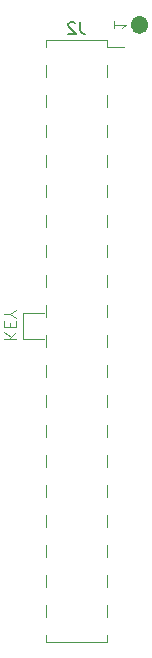
<source format=gbr>
%TF.GenerationSoftware,KiCad,Pcbnew,8.0.1*%
%TF.CreationDate,2024-07-14T19:31:33+02:00*%
%TF.ProjectId,IDE40-40,49444534-302d-4343-902e-6b696361645f,1*%
%TF.SameCoordinates,Original*%
%TF.FileFunction,Legend,Bot*%
%TF.FilePolarity,Positive*%
%FSLAX46Y46*%
G04 Gerber Fmt 4.6, Leading zero omitted, Abs format (unit mm)*
G04 Created by KiCad (PCBNEW 8.0.1) date 2024-07-14 19:31:33*
%MOMM*%
%LPD*%
G01*
G04 APERTURE LIST*
%ADD10C,0.100000*%
%ADD11C,0.768420*%
%ADD12C,0.150000*%
%ADD13C,0.120000*%
G04 APERTURE END LIST*
D10*
X120877580Y-82196115D02*
X121877580Y-82196115D01*
X120877580Y-81624687D02*
X121449009Y-82053258D01*
X121877580Y-81624687D02*
X121306152Y-82196115D01*
X121401390Y-81196115D02*
X121401390Y-80862782D01*
X120877580Y-80719925D02*
X120877580Y-81196115D01*
X120877580Y-81196115D02*
X121877580Y-81196115D01*
X121877580Y-81196115D02*
X121877580Y-80719925D01*
X121353771Y-80100877D02*
X120877580Y-80100877D01*
X121877580Y-80434210D02*
X121353771Y-80100877D01*
X121353771Y-80100877D02*
X121877580Y-79767544D01*
X122500000Y-80000000D02*
X124250000Y-80000000D01*
X122500000Y-82250000D02*
X122500000Y-80000000D01*
X124250000Y-82250000D02*
X122500000Y-82250000D01*
D11*
X132718210Y-55626000D02*
G75*
G02*
X131949790Y-55626000I-384210J0D01*
G01*
X131949790Y-55626000D02*
G75*
G02*
X132718210Y-55626000I384210J0D01*
G01*
D10*
X130175580Y-55306306D02*
X130175580Y-55877734D01*
X130175580Y-55592020D02*
X131175580Y-55592020D01*
X131175580Y-55592020D02*
X131032723Y-55687258D01*
X131032723Y-55687258D02*
X130937485Y-55782496D01*
X130937485Y-55782496D02*
X130889866Y-55877734D01*
D12*
X127308333Y-55374819D02*
X127308333Y-56089104D01*
X127308333Y-56089104D02*
X127355952Y-56231961D01*
X127355952Y-56231961D02*
X127451190Y-56327200D01*
X127451190Y-56327200D02*
X127594047Y-56374819D01*
X127594047Y-56374819D02*
X127689285Y-56374819D01*
X126879761Y-55470057D02*
X126832142Y-55422438D01*
X126832142Y-55422438D02*
X126736904Y-55374819D01*
X126736904Y-55374819D02*
X126498809Y-55374819D01*
X126498809Y-55374819D02*
X126403571Y-55422438D01*
X126403571Y-55422438D02*
X126355952Y-55470057D01*
X126355952Y-55470057D02*
X126308333Y-55565295D01*
X126308333Y-55565295D02*
X126308333Y-55660533D01*
X126308333Y-55660533D02*
X126355952Y-55803390D01*
X126355952Y-55803390D02*
X126927380Y-56374819D01*
X126927380Y-56374819D02*
X126308333Y-56374819D01*
D13*
%TO.C,J2*%
X124375000Y-56920000D02*
X129575000Y-56920000D01*
X124375000Y-57490000D02*
X124375000Y-56920000D01*
X124375000Y-60030000D02*
X124375000Y-59010000D01*
X124375000Y-62570000D02*
X124375000Y-61550000D01*
X124375000Y-65110000D02*
X124375000Y-64090000D01*
X124375000Y-67650000D02*
X124375000Y-66630000D01*
X124375000Y-70190000D02*
X124375000Y-69170000D01*
X124375000Y-72730000D02*
X124375000Y-71710000D01*
X124375000Y-75270000D02*
X124375000Y-74250000D01*
X124375000Y-77810000D02*
X124375000Y-76790000D01*
X124375000Y-80350000D02*
X124375000Y-79330000D01*
X124375000Y-82890000D02*
X124375000Y-81870000D01*
X124375000Y-85430000D02*
X124375000Y-84410000D01*
X124375000Y-87970000D02*
X124375000Y-86950000D01*
X124375000Y-90510000D02*
X124375000Y-89490000D01*
X124375000Y-93050000D02*
X124375000Y-92030000D01*
X124375000Y-95590000D02*
X124375000Y-94570000D01*
X124375000Y-98130000D02*
X124375000Y-97110000D01*
X124375000Y-100670000D02*
X124375000Y-99650000D01*
X124375000Y-103210000D02*
X124375000Y-102190000D01*
X124375000Y-105750000D02*
X124375000Y-104730000D01*
X124375000Y-107840000D02*
X124375000Y-107270000D01*
X124375000Y-107840000D02*
X129575000Y-107840000D01*
X129575000Y-57490000D02*
X129575000Y-56920000D01*
X129575000Y-57490000D02*
X131015000Y-57490000D01*
X129575000Y-60030000D02*
X129575000Y-59010000D01*
X129575000Y-62570000D02*
X129575000Y-61550000D01*
X129575000Y-65110000D02*
X129575000Y-64090000D01*
X129575000Y-67650000D02*
X129575000Y-66630000D01*
X129575000Y-70190000D02*
X129575000Y-69170000D01*
X129575000Y-72730000D02*
X129575000Y-71710000D01*
X129575000Y-75270000D02*
X129575000Y-74250000D01*
X129575000Y-77810000D02*
X129575000Y-76790000D01*
X129575000Y-80350000D02*
X129575000Y-79330000D01*
X129575000Y-82890000D02*
X129575000Y-81870000D01*
X129575000Y-85430000D02*
X129575000Y-84410000D01*
X129575000Y-87970000D02*
X129575000Y-86950000D01*
X129575000Y-90510000D02*
X129575000Y-89490000D01*
X129575000Y-93050000D02*
X129575000Y-92030000D01*
X129575000Y-95590000D02*
X129575000Y-94570000D01*
X129575000Y-98130000D02*
X129575000Y-97110000D01*
X129575000Y-100670000D02*
X129575000Y-99650000D01*
X129575000Y-103210000D02*
X129575000Y-102190000D01*
X129575000Y-105750000D02*
X129575000Y-104730000D01*
X129575000Y-107840000D02*
X129575000Y-107270000D01*
%TD*%
M02*

</source>
